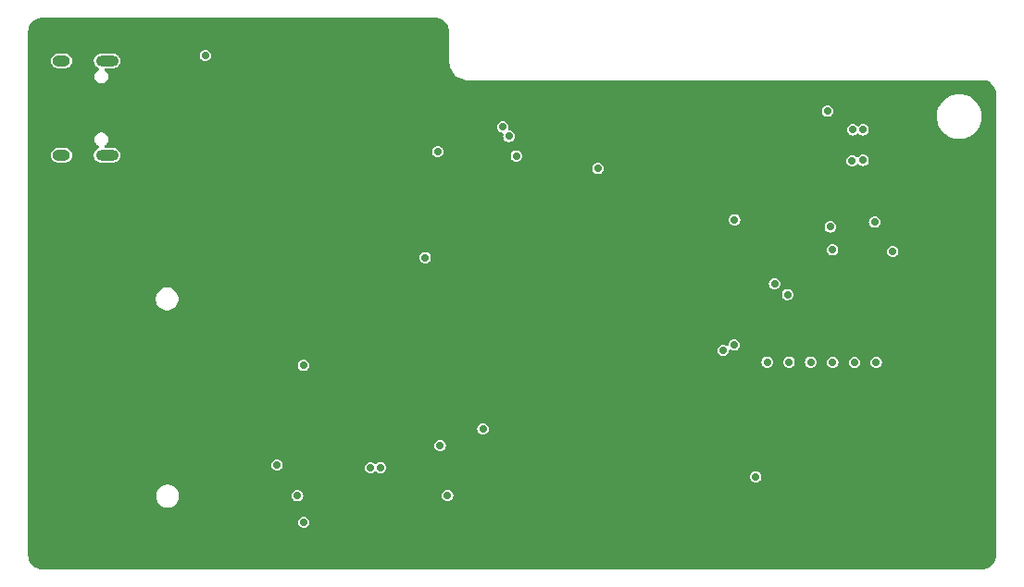
<source format=gbr>
%TF.GenerationSoftware,KiCad,Pcbnew,8.0.8-8.0.8-0~ubuntu24.04.1*%
%TF.CreationDate,2025-05-06T14:00:24+03:00*%
%TF.ProjectId,kicad_soundcard_dev_v0,6b696361-645f-4736-9f75-6e6463617264,rev?*%
%TF.SameCoordinates,Original*%
%TF.FileFunction,Copper,L2,Inr*%
%TF.FilePolarity,Positive*%
%FSLAX46Y46*%
G04 Gerber Fmt 4.6, Leading zero omitted, Abs format (unit mm)*
G04 Created by KiCad (PCBNEW 8.0.8-8.0.8-0~ubuntu24.04.1) date 2025-05-06 14:00:24*
%MOMM*%
%LPD*%
G01*
G04 APERTURE LIST*
%TA.AperFunction,HeatsinkPad*%
%ADD10O,2.100000X1.000000*%
%TD*%
%TA.AperFunction,HeatsinkPad*%
%ADD11O,1.600000X1.000000*%
%TD*%
%TA.AperFunction,ViaPad*%
%ADD12C,0.700000*%
%TD*%
%TA.AperFunction,ViaPad*%
%ADD13C,0.800000*%
%TD*%
%TA.AperFunction,ViaPad*%
%ADD14C,0.550000*%
%TD*%
G04 APERTURE END LIST*
D10*
%TO.N,/Power/USB_shield_disconnect*%
%TO.C,J101*%
X145170000Y-64180000D03*
D11*
X140990000Y-64180000D03*
D10*
X145170000Y-72820000D03*
D11*
X140990000Y-72820000D03*
%TD*%
D12*
%TO.N,GND*%
X189510000Y-95910000D03*
X200800000Y-91400000D03*
X206000000Y-67200000D03*
X202400000Y-67800000D03*
X200800000Y-67800000D03*
X199200000Y-67800000D03*
X197600000Y-67800000D03*
X196000000Y-67800000D03*
X194400000Y-67800000D03*
X205150000Y-77800000D03*
X195300000Y-75300000D03*
X191150000Y-76950000D03*
X211800000Y-76550000D03*
%TO.N,+3.3V*%
X182600000Y-72900000D03*
%TO.N,GND*%
X207400000Y-95900000D03*
X176300000Y-72500000D03*
%TO.N,+3.3V*%
X175400000Y-72500000D03*
%TO.N,GND*%
X180500000Y-69600000D03*
X182600000Y-71800000D03*
%TO.N,I2C_SCL*%
X181350000Y-70250000D03*
%TO.N,I2C_SDA*%
X181900000Y-71100000D03*
%TO.N,VBUS*%
X217000000Y-81650000D03*
X154150000Y-63700000D03*
%TO.N,GND*%
X162912500Y-108900000D03*
D13*
X190750000Y-67200000D03*
D12*
X147500000Y-72600000D03*
X205400000Y-84300000D03*
X163500000Y-97750000D03*
X174200000Y-107200000D03*
X175600000Y-97900000D03*
X207525000Y-90800000D03*
X167650000Y-62350000D03*
X212100000Y-79800000D03*
X220900000Y-109900000D03*
X144650000Y-62700000D03*
X153800000Y-62900000D03*
X172350000Y-85400000D03*
X160189998Y-100519998D03*
X143000000Y-98500000D03*
X178909481Y-97313792D03*
X181750000Y-103775000D03*
X164675000Y-92075000D03*
X171950000Y-69400000D03*
X203075000Y-79525000D03*
X213525000Y-90800000D03*
X204500000Y-103500000D03*
X216300000Y-104700000D03*
X212450000Y-70500000D03*
X188950000Y-74050000D03*
X167700000Y-77400000D03*
X211700000Y-107000000D03*
D13*
X190200000Y-72000000D03*
D14*
X156400000Y-94400000D03*
D12*
X143480000Y-92280000D03*
X209475000Y-90800000D03*
X223350000Y-77000000D03*
X175100000Y-82200000D03*
X171000000Y-101150000D03*
D14*
X156700000Y-97500000D03*
X153100000Y-96500000D03*
D12*
X154750000Y-66900000D03*
D14*
X155000000Y-82075000D03*
D12*
X215400000Y-79800000D03*
X220910000Y-87640000D03*
X147550000Y-65200000D03*
X178800000Y-104700000D03*
X147500000Y-71799997D03*
X203380000Y-90720000D03*
X172750000Y-69400000D03*
X224470000Y-87870000D03*
X215200000Y-94700000D03*
X147550000Y-64300000D03*
X223350000Y-82050000D03*
X164412500Y-104000000D03*
X197700000Y-104700000D03*
X215150000Y-73650000D03*
X212200000Y-73350000D03*
X172350000Y-70100000D03*
X161300000Y-67150000D03*
X144650000Y-74300000D03*
X171950000Y-84700000D03*
X207700000Y-86400000D03*
X172750000Y-84700000D03*
X195800000Y-94700000D03*
X215150000Y-70500000D03*
X211400000Y-68000000D03*
X211525000Y-90800000D03*
X176400000Y-97100000D03*
X216100000Y-81700000D03*
D14*
X157200000Y-78975000D03*
D12*
X191300000Y-105900000D03*
X177100000Y-94700000D03*
X212163740Y-82030993D03*
X215500000Y-90800000D03*
X205500000Y-90800000D03*
X168275001Y-101125000D03*
X162250000Y-106450000D03*
%TO.N,+3.3VA*%
X163125000Y-92075000D03*
X174250000Y-82200000D03*
X160700000Y-101200000D03*
%TO.N,+3.3V*%
X207525000Y-91775000D03*
X215500000Y-91800000D03*
X209500000Y-91775000D03*
X204475000Y-102275000D03*
X211525000Y-91800000D03*
X179525000Y-97900000D03*
X213525000Y-91800000D03*
X175625000Y-99425000D03*
X202500000Y-90220000D03*
X176300000Y-104000000D03*
X205525000Y-91775000D03*
%TO.N,/MCU/STRAP_GPIO_9*%
X215350000Y-78950000D03*
X202550000Y-78750000D03*
%TO.N,/MCU/CHIP_PU*%
X190050000Y-74050000D03*
X211050000Y-68800000D03*
%TO.N,/Audio CODEC/AUX_VREF*%
X162575000Y-104025000D03*
X163150000Y-106450000D03*
%TO.N,/Audio CODEC/ES8388_I2C_CDATA*%
X169250000Y-101450000D03*
%TO.N,/Audio CODEC/ES8388_I2C_CCLK*%
X170175000Y-101425000D03*
%TO.N,/MCU/FTDI_RTS*%
X213350000Y-70500000D03*
X213300000Y-73350000D03*
%TO.N,WS2812B_D*%
X201500000Y-90700000D03*
%TO.N,/MCU/DTR*%
X214300000Y-73300000D03*
X214300000Y-70500000D03*
%TO.N,/MCU/SDIO_DAT2*%
X207400000Y-85600000D03*
X211500000Y-81500000D03*
%TO.N,/MCU/SDIO_DAT3*%
X211300000Y-79400000D03*
X206200000Y-84600000D03*
%TD*%
%TA.AperFunction,Conductor*%
%TO.N,GND*%
G36*
X175204853Y-60250882D02*
G01*
X175257188Y-60255000D01*
X175385736Y-60265117D01*
X175404952Y-60268160D01*
X175537571Y-60300000D01*
X175576629Y-60309377D01*
X175595134Y-60315390D01*
X175758246Y-60382953D01*
X175775583Y-60391787D01*
X175926115Y-60484033D01*
X175941857Y-60495470D01*
X176076109Y-60610132D01*
X176089867Y-60623890D01*
X176204529Y-60758142D01*
X176215966Y-60773884D01*
X176308212Y-60924416D01*
X176317046Y-60941753D01*
X176384609Y-61104865D01*
X176390622Y-61123370D01*
X176431838Y-61295045D01*
X176434882Y-61314264D01*
X176449118Y-61495146D01*
X176449500Y-61504875D01*
X176449500Y-64325196D01*
X176485135Y-64573044D01*
X176485136Y-64573048D01*
X176555676Y-64813291D01*
X176555678Y-64813297D01*
X176659695Y-65041061D01*
X176659705Y-65041079D01*
X176795068Y-65251708D01*
X176795072Y-65251714D01*
X176959047Y-65440952D01*
X177148285Y-65604927D01*
X177148291Y-65604931D01*
X177358920Y-65740294D01*
X177358928Y-65740298D01*
X177358932Y-65740301D01*
X177358935Y-65740302D01*
X177358938Y-65740304D01*
X177586702Y-65844321D01*
X177586708Y-65844323D01*
X177789788Y-65903951D01*
X177826954Y-65914864D01*
X178074802Y-65950500D01*
X178150172Y-65950500D01*
X225155830Y-65950500D01*
X225195125Y-65950500D01*
X225204853Y-65950882D01*
X225257188Y-65955000D01*
X225385736Y-65965117D01*
X225404952Y-65968160D01*
X225573959Y-66008736D01*
X225576629Y-66009377D01*
X225595134Y-66015390D01*
X225758246Y-66082953D01*
X225775583Y-66091787D01*
X225926115Y-66184033D01*
X225941857Y-66195470D01*
X226076109Y-66310132D01*
X226089867Y-66323890D01*
X226204529Y-66458142D01*
X226215966Y-66473884D01*
X226308212Y-66624416D01*
X226317046Y-66641753D01*
X226384609Y-66804865D01*
X226390622Y-66823370D01*
X226431838Y-66995045D01*
X226434882Y-67014264D01*
X226449118Y-67195146D01*
X226449500Y-67204875D01*
X226449500Y-109495124D01*
X226449118Y-109504853D01*
X226434882Y-109685735D01*
X226431838Y-109704954D01*
X226390622Y-109876629D01*
X226384609Y-109895134D01*
X226317046Y-110058246D01*
X226308212Y-110075583D01*
X226215966Y-110226115D01*
X226204529Y-110241857D01*
X226089867Y-110376109D01*
X226076109Y-110389867D01*
X225941857Y-110504529D01*
X225926115Y-110515966D01*
X225775583Y-110608212D01*
X225758246Y-110617046D01*
X225595134Y-110684609D01*
X225576629Y-110690622D01*
X225404954Y-110731838D01*
X225385735Y-110734882D01*
X225204854Y-110749118D01*
X225195125Y-110749500D01*
X139204875Y-110749500D01*
X139195146Y-110749118D01*
X139014264Y-110734882D01*
X138995045Y-110731838D01*
X138823370Y-110690622D01*
X138804865Y-110684609D01*
X138641753Y-110617046D01*
X138624416Y-110608212D01*
X138473884Y-110515966D01*
X138458142Y-110504529D01*
X138323890Y-110389867D01*
X138310132Y-110376109D01*
X138195470Y-110241857D01*
X138184033Y-110226115D01*
X138091787Y-110075583D01*
X138082953Y-110058246D01*
X138015390Y-109895134D01*
X138009377Y-109876629D01*
X137968161Y-109704954D01*
X137965117Y-109685734D01*
X137950882Y-109504852D01*
X137950500Y-109495124D01*
X137950500Y-106449999D01*
X162625009Y-106449999D01*
X162625009Y-106450000D01*
X162642898Y-106585877D01*
X162642899Y-106585881D01*
X162695342Y-106712493D01*
X162695343Y-106712495D01*
X162695344Y-106712496D01*
X162778775Y-106821225D01*
X162887504Y-106904656D01*
X163014122Y-106957102D01*
X163134191Y-106972909D01*
X163149999Y-106974991D01*
X163150000Y-106974991D01*
X163150001Y-106974991D01*
X163164161Y-106973126D01*
X163285878Y-106957102D01*
X163412496Y-106904656D01*
X163521225Y-106821225D01*
X163604656Y-106712496D01*
X163657102Y-106585878D01*
X163674991Y-106450000D01*
X163657102Y-106314122D01*
X163604656Y-106187505D01*
X163521225Y-106078775D01*
X163412496Y-105995344D01*
X163412495Y-105995343D01*
X163412493Y-105995342D01*
X163285881Y-105942899D01*
X163285879Y-105942898D01*
X163285878Y-105942898D01*
X163217939Y-105933953D01*
X163150001Y-105925009D01*
X163149999Y-105925009D01*
X163014122Y-105942898D01*
X163014118Y-105942899D01*
X162887505Y-105995343D01*
X162778775Y-106078775D01*
X162695343Y-106187505D01*
X162642899Y-106314118D01*
X162642898Y-106314122D01*
X162625009Y-106449999D01*
X137950500Y-106449999D01*
X137950500Y-103946530D01*
X149649500Y-103946530D01*
X149649500Y-104153469D01*
X149689868Y-104356412D01*
X149689870Y-104356420D01*
X149769058Y-104547596D01*
X149884024Y-104719657D01*
X150030342Y-104865975D01*
X150030345Y-104865977D01*
X150202402Y-104980941D01*
X150393580Y-105060130D01*
X150596530Y-105100499D01*
X150596534Y-105100500D01*
X150596535Y-105100500D01*
X150803466Y-105100500D01*
X150803467Y-105100499D01*
X151006420Y-105060130D01*
X151197598Y-104980941D01*
X151369655Y-104865977D01*
X151515977Y-104719655D01*
X151630941Y-104547598D01*
X151710130Y-104356420D01*
X151750500Y-104153465D01*
X151750500Y-104025000D01*
X162050009Y-104025000D01*
X162064606Y-104135877D01*
X162067898Y-104160877D01*
X162067899Y-104160881D01*
X162120342Y-104287493D01*
X162120343Y-104287495D01*
X162120344Y-104287496D01*
X162203775Y-104396225D01*
X162312504Y-104479656D01*
X162439122Y-104532102D01*
X162556824Y-104547598D01*
X162574999Y-104549991D01*
X162575000Y-104549991D01*
X162575001Y-104549991D01*
X162593176Y-104547598D01*
X162710878Y-104532102D01*
X162837496Y-104479656D01*
X162946225Y-104396225D01*
X163029656Y-104287496D01*
X163082102Y-104160878D01*
X163099991Y-104025000D01*
X163096699Y-103999999D01*
X175775009Y-103999999D01*
X175775009Y-104000000D01*
X175792898Y-104135877D01*
X175792899Y-104135881D01*
X175845342Y-104262493D01*
X175845343Y-104262495D01*
X175845344Y-104262496D01*
X175928775Y-104371225D01*
X176037504Y-104454656D01*
X176164122Y-104507102D01*
X176284191Y-104522909D01*
X176299999Y-104524991D01*
X176300000Y-104524991D01*
X176300001Y-104524991D01*
X176314161Y-104523126D01*
X176435878Y-104507102D01*
X176562496Y-104454656D01*
X176671225Y-104371225D01*
X176754656Y-104262496D01*
X176807102Y-104135878D01*
X176824991Y-104000000D01*
X176807102Y-103864122D01*
X176754656Y-103737505D01*
X176671225Y-103628775D01*
X176562496Y-103545344D01*
X176562495Y-103545343D01*
X176562493Y-103545342D01*
X176435881Y-103492899D01*
X176435879Y-103492898D01*
X176435878Y-103492898D01*
X176367939Y-103483953D01*
X176300001Y-103475009D01*
X176299999Y-103475009D01*
X176164122Y-103492898D01*
X176164118Y-103492899D01*
X176037505Y-103545343D01*
X175928775Y-103628775D01*
X175845343Y-103737505D01*
X175792899Y-103864118D01*
X175792898Y-103864122D01*
X175775009Y-103999999D01*
X163096699Y-103999999D01*
X163082102Y-103889122D01*
X163029656Y-103762505D01*
X162946225Y-103653775D01*
X162837496Y-103570344D01*
X162837495Y-103570343D01*
X162837493Y-103570342D01*
X162710881Y-103517899D01*
X162710879Y-103517898D01*
X162710878Y-103517898D01*
X162642939Y-103508953D01*
X162575001Y-103500009D01*
X162574999Y-103500009D01*
X162439122Y-103517898D01*
X162439118Y-103517899D01*
X162312505Y-103570343D01*
X162203775Y-103653775D01*
X162120343Y-103762505D01*
X162067899Y-103889118D01*
X162067898Y-103889122D01*
X162053301Y-103999999D01*
X162050009Y-104025000D01*
X151750500Y-104025000D01*
X151750500Y-103946535D01*
X151710130Y-103743580D01*
X151630941Y-103552402D01*
X151515977Y-103380345D01*
X151515975Y-103380342D01*
X151369657Y-103234024D01*
X151283626Y-103176541D01*
X151197598Y-103119059D01*
X151006420Y-103039870D01*
X151006412Y-103039868D01*
X150803469Y-102999500D01*
X150803465Y-102999500D01*
X150596535Y-102999500D01*
X150596530Y-102999500D01*
X150393587Y-103039868D01*
X150393579Y-103039870D01*
X150202403Y-103119058D01*
X150030342Y-103234024D01*
X149884024Y-103380342D01*
X149769058Y-103552403D01*
X149689870Y-103743579D01*
X149689868Y-103743587D01*
X149649500Y-103946530D01*
X137950500Y-103946530D01*
X137950500Y-102274999D01*
X203950009Y-102274999D01*
X203950009Y-102275000D01*
X203967898Y-102410877D01*
X203967899Y-102410881D01*
X204020342Y-102537493D01*
X204020343Y-102537495D01*
X204020344Y-102537496D01*
X204103775Y-102646225D01*
X204212504Y-102729656D01*
X204339122Y-102782102D01*
X204459191Y-102797909D01*
X204474999Y-102799991D01*
X204475000Y-102799991D01*
X204475001Y-102799991D01*
X204489161Y-102798126D01*
X204610878Y-102782102D01*
X204737496Y-102729656D01*
X204846225Y-102646225D01*
X204929656Y-102537496D01*
X204982102Y-102410878D01*
X204999991Y-102275000D01*
X204982102Y-102139122D01*
X204929656Y-102012505D01*
X204887143Y-101957101D01*
X204846226Y-101903776D01*
X204814794Y-101879657D01*
X204737496Y-101820344D01*
X204737495Y-101820343D01*
X204737493Y-101820342D01*
X204610881Y-101767899D01*
X204610879Y-101767898D01*
X204610878Y-101767898D01*
X204542939Y-101758953D01*
X204475001Y-101750009D01*
X204474999Y-101750009D01*
X204339122Y-101767898D01*
X204339118Y-101767899D01*
X204212505Y-101820343D01*
X204103775Y-101903775D01*
X204020343Y-102012505D01*
X203967899Y-102139118D01*
X203967898Y-102139122D01*
X203950009Y-102274999D01*
X137950500Y-102274999D01*
X137950500Y-101199999D01*
X160175009Y-101199999D01*
X160175009Y-101200000D01*
X160192898Y-101335877D01*
X160192899Y-101335881D01*
X160245342Y-101462493D01*
X160245343Y-101462495D01*
X160245344Y-101462496D01*
X160328775Y-101571225D01*
X160437504Y-101654656D01*
X160564122Y-101707102D01*
X160684191Y-101722909D01*
X160699999Y-101724991D01*
X160700000Y-101724991D01*
X160700001Y-101724991D01*
X160714161Y-101723126D01*
X160835878Y-101707102D01*
X160962496Y-101654656D01*
X161071225Y-101571225D01*
X161154656Y-101462496D01*
X161159832Y-101450000D01*
X168725009Y-101450000D01*
X168739606Y-101560877D01*
X168742898Y-101585877D01*
X168742899Y-101585881D01*
X168795342Y-101712493D01*
X168795343Y-101712495D01*
X168795344Y-101712496D01*
X168878775Y-101821225D01*
X168987504Y-101904656D01*
X169114122Y-101957102D01*
X169234191Y-101972909D01*
X169249999Y-101974991D01*
X169250000Y-101974991D01*
X169250001Y-101974991D01*
X169264161Y-101973126D01*
X169385878Y-101957102D01*
X169512496Y-101904656D01*
X169621225Y-101821225D01*
X169625462Y-101815702D01*
X169681884Y-101774499D01*
X169751629Y-101770340D01*
X169799326Y-101792810D01*
X169803772Y-101796222D01*
X169803775Y-101796225D01*
X169912504Y-101879656D01*
X170039122Y-101932102D01*
X170159191Y-101947909D01*
X170174999Y-101949991D01*
X170175000Y-101949991D01*
X170175001Y-101949991D01*
X170189161Y-101948126D01*
X170310878Y-101932102D01*
X170437496Y-101879656D01*
X170546225Y-101796225D01*
X170629656Y-101687496D01*
X170682102Y-101560878D01*
X170699991Y-101425000D01*
X170682102Y-101289122D01*
X170629656Y-101162505D01*
X170585267Y-101104656D01*
X170546226Y-101053776D01*
X170546225Y-101053775D01*
X170437496Y-100970344D01*
X170437495Y-100970343D01*
X170437493Y-100970342D01*
X170310881Y-100917899D01*
X170310879Y-100917898D01*
X170310878Y-100917898D01*
X170242939Y-100908953D01*
X170175001Y-100900009D01*
X170174999Y-100900009D01*
X170039122Y-100917898D01*
X170039118Y-100917899D01*
X169912505Y-100970343D01*
X169803775Y-101053775D01*
X169799534Y-101059302D01*
X169743105Y-101100503D01*
X169673358Y-101104656D01*
X169625673Y-101082189D01*
X169621226Y-101078777D01*
X169621225Y-101078775D01*
X169512496Y-100995344D01*
X169512495Y-100995343D01*
X169512493Y-100995342D01*
X169385881Y-100942899D01*
X169385879Y-100942898D01*
X169385878Y-100942898D01*
X169317939Y-100933953D01*
X169250001Y-100925009D01*
X169249999Y-100925009D01*
X169114122Y-100942898D01*
X169114118Y-100942899D01*
X168987505Y-100995343D01*
X168878775Y-101078775D01*
X168795343Y-101187505D01*
X168742899Y-101314118D01*
X168742898Y-101314122D01*
X168728301Y-101424999D01*
X168725009Y-101450000D01*
X161159832Y-101450000D01*
X161207102Y-101335878D01*
X161224991Y-101200000D01*
X161224193Y-101193942D01*
X161222909Y-101184191D01*
X161207102Y-101064122D01*
X161154656Y-100937505D01*
X161139611Y-100917898D01*
X161071226Y-100828776D01*
X160962493Y-100745342D01*
X160835881Y-100692899D01*
X160835879Y-100692898D01*
X160835878Y-100692898D01*
X160767939Y-100683953D01*
X160700001Y-100675009D01*
X160699999Y-100675009D01*
X160564122Y-100692898D01*
X160564118Y-100692899D01*
X160437505Y-100745343D01*
X160328775Y-100828775D01*
X160245343Y-100937505D01*
X160192899Y-101064118D01*
X160192898Y-101064122D01*
X160175009Y-101199999D01*
X137950500Y-101199999D01*
X137950500Y-99424999D01*
X175100009Y-99424999D01*
X175100009Y-99425000D01*
X175117898Y-99560877D01*
X175117899Y-99560881D01*
X175170342Y-99687493D01*
X175170343Y-99687495D01*
X175170344Y-99687496D01*
X175253775Y-99796225D01*
X175362504Y-99879656D01*
X175489122Y-99932102D01*
X175609191Y-99947909D01*
X175624999Y-99949991D01*
X175625000Y-99949991D01*
X175625001Y-99949991D01*
X175639161Y-99948126D01*
X175760878Y-99932102D01*
X175887496Y-99879656D01*
X175996225Y-99796225D01*
X176079656Y-99687496D01*
X176132102Y-99560878D01*
X176149991Y-99425000D01*
X176132102Y-99289122D01*
X176079656Y-99162505D01*
X175996225Y-99053775D01*
X175887496Y-98970344D01*
X175887495Y-98970343D01*
X175887493Y-98970342D01*
X175760881Y-98917899D01*
X175760879Y-98917898D01*
X175760878Y-98917898D01*
X175692939Y-98908953D01*
X175625001Y-98900009D01*
X175624999Y-98900009D01*
X175489122Y-98917898D01*
X175489118Y-98917899D01*
X175362505Y-98970343D01*
X175253775Y-99053775D01*
X175170343Y-99162505D01*
X175117899Y-99289118D01*
X175117898Y-99289122D01*
X175100009Y-99424999D01*
X137950500Y-99424999D01*
X137950500Y-97899999D01*
X179000009Y-97899999D01*
X179000009Y-97900000D01*
X179017898Y-98035877D01*
X179017899Y-98035881D01*
X179070342Y-98162493D01*
X179070343Y-98162495D01*
X179070344Y-98162496D01*
X179153775Y-98271225D01*
X179262504Y-98354656D01*
X179389122Y-98407102D01*
X179509191Y-98422909D01*
X179524999Y-98424991D01*
X179525000Y-98424991D01*
X179525001Y-98424991D01*
X179539161Y-98423126D01*
X179660878Y-98407102D01*
X179787496Y-98354656D01*
X179896225Y-98271225D01*
X179979656Y-98162496D01*
X180032102Y-98035878D01*
X180049991Y-97900000D01*
X180032102Y-97764122D01*
X179979656Y-97637505D01*
X179896225Y-97528775D01*
X179787496Y-97445344D01*
X179787495Y-97445343D01*
X179787493Y-97445342D01*
X179660881Y-97392899D01*
X179660879Y-97392898D01*
X179660878Y-97392898D01*
X179592939Y-97383953D01*
X179525001Y-97375009D01*
X179524999Y-97375009D01*
X179389122Y-97392898D01*
X179389118Y-97392899D01*
X179262505Y-97445343D01*
X179153775Y-97528775D01*
X179070343Y-97637505D01*
X179017899Y-97764118D01*
X179017898Y-97764122D01*
X179000009Y-97899999D01*
X137950500Y-97899999D01*
X137950500Y-92075000D01*
X162600009Y-92075000D01*
X162612677Y-92171225D01*
X162617898Y-92210877D01*
X162617899Y-92210881D01*
X162670342Y-92337493D01*
X162670343Y-92337495D01*
X162670344Y-92337496D01*
X162753775Y-92446225D01*
X162862504Y-92529656D01*
X162989122Y-92582102D01*
X163109191Y-92597909D01*
X163124999Y-92599991D01*
X163125000Y-92599991D01*
X163125001Y-92599991D01*
X163139161Y-92598126D01*
X163260878Y-92582102D01*
X163387496Y-92529656D01*
X163496225Y-92446225D01*
X163579656Y-92337496D01*
X163632102Y-92210878D01*
X163649991Y-92075000D01*
X163632102Y-91939122D01*
X163579656Y-91812505D01*
X163550877Y-91774999D01*
X205000009Y-91774999D01*
X205000009Y-91775000D01*
X205017898Y-91910877D01*
X205017899Y-91910881D01*
X205070342Y-92037493D01*
X205070343Y-92037495D01*
X205070344Y-92037496D01*
X205153775Y-92146225D01*
X205262504Y-92229656D01*
X205389122Y-92282102D01*
X205509191Y-92297909D01*
X205524999Y-92299991D01*
X205525000Y-92299991D01*
X205525001Y-92299991D01*
X205539161Y-92298126D01*
X205660878Y-92282102D01*
X205787496Y-92229656D01*
X205896225Y-92146225D01*
X205979656Y-92037496D01*
X206032102Y-91910878D01*
X206049991Y-91775000D01*
X206049991Y-91774999D01*
X207000009Y-91774999D01*
X207000009Y-91775000D01*
X207017898Y-91910877D01*
X207017899Y-91910881D01*
X207070342Y-92037493D01*
X207070343Y-92037495D01*
X207070344Y-92037496D01*
X207153775Y-92146225D01*
X207262504Y-92229656D01*
X207389122Y-92282102D01*
X207509191Y-92297909D01*
X207524999Y-92299991D01*
X207525000Y-92299991D01*
X207525001Y-92299991D01*
X207539161Y-92298126D01*
X207660878Y-92282102D01*
X207787496Y-92229656D01*
X207896225Y-92146225D01*
X207979656Y-92037496D01*
X208032102Y-91910878D01*
X208049991Y-91775000D01*
X208049991Y-91774999D01*
X208975009Y-91774999D01*
X208975009Y-91775000D01*
X208992898Y-91910877D01*
X208992899Y-91910881D01*
X209045342Y-92037493D01*
X209045343Y-92037495D01*
X209045344Y-92037496D01*
X209128775Y-92146225D01*
X209237504Y-92229656D01*
X209364122Y-92282102D01*
X209484191Y-92297909D01*
X209499999Y-92299991D01*
X209500000Y-92299991D01*
X209500001Y-92299991D01*
X209514161Y-92298126D01*
X209635878Y-92282102D01*
X209762496Y-92229656D01*
X209871225Y-92146225D01*
X209954656Y-92037496D01*
X210007102Y-91910878D01*
X210021700Y-91800000D01*
X211000009Y-91800000D01*
X211014606Y-91910877D01*
X211017898Y-91935877D01*
X211017899Y-91935881D01*
X211070342Y-92062493D01*
X211070343Y-92062495D01*
X211070344Y-92062496D01*
X211153775Y-92171225D01*
X211262504Y-92254656D01*
X211389122Y-92307102D01*
X211509191Y-92322909D01*
X211524999Y-92324991D01*
X211525000Y-92324991D01*
X211525001Y-92324991D01*
X211539161Y-92323126D01*
X211660878Y-92307102D01*
X211787496Y-92254656D01*
X211896225Y-92171225D01*
X211979656Y-92062496D01*
X212032102Y-91935878D01*
X212049991Y-91800000D01*
X213000009Y-91800000D01*
X213014606Y-91910877D01*
X213017898Y-91935877D01*
X213017899Y-91935881D01*
X213070342Y-92062493D01*
X213070343Y-92062495D01*
X213070344Y-92062496D01*
X213153775Y-92171225D01*
X213262504Y-92254656D01*
X213389122Y-92307102D01*
X213509191Y-92322909D01*
X213524999Y-92324991D01*
X213525000Y-92324991D01*
X213525001Y-92324991D01*
X213539161Y-92323126D01*
X213660878Y-92307102D01*
X213787496Y-92254656D01*
X213896225Y-92171225D01*
X213979656Y-92062496D01*
X214032102Y-91935878D01*
X214049991Y-91800000D01*
X214975009Y-91800000D01*
X214989606Y-91910877D01*
X214992898Y-91935877D01*
X214992899Y-91935881D01*
X215045342Y-92062493D01*
X215045343Y-92062495D01*
X215045344Y-92062496D01*
X215128775Y-92171225D01*
X215237504Y-92254656D01*
X215364122Y-92307102D01*
X215484191Y-92322909D01*
X215499999Y-92324991D01*
X215500000Y-92324991D01*
X215500001Y-92324991D01*
X215514161Y-92323126D01*
X215635878Y-92307102D01*
X215762496Y-92254656D01*
X215871225Y-92171225D01*
X215954656Y-92062496D01*
X216007102Y-91935878D01*
X216024991Y-91800000D01*
X216007102Y-91664122D01*
X215954656Y-91537505D01*
X215871225Y-91428775D01*
X215762496Y-91345344D01*
X215762495Y-91345343D01*
X215762493Y-91345342D01*
X215635881Y-91292899D01*
X215635879Y-91292898D01*
X215635878Y-91292898D01*
X215567939Y-91283953D01*
X215500001Y-91275009D01*
X215499999Y-91275009D01*
X215364122Y-91292898D01*
X215364118Y-91292899D01*
X215237505Y-91345343D01*
X215128775Y-91428775D01*
X215045343Y-91537505D01*
X214992899Y-91664118D01*
X214992898Y-91664122D01*
X214978301Y-91774999D01*
X214975009Y-91800000D01*
X214049991Y-91800000D01*
X214032102Y-91664122D01*
X213979656Y-91537505D01*
X213896225Y-91428775D01*
X213787496Y-91345344D01*
X213787495Y-91345343D01*
X213787493Y-91345342D01*
X213660881Y-91292899D01*
X213660879Y-91292898D01*
X213660878Y-91292898D01*
X213592939Y-91283953D01*
X213525001Y-91275009D01*
X213524999Y-91275009D01*
X213389122Y-91292898D01*
X213389118Y-91292899D01*
X213262505Y-91345343D01*
X213153775Y-91428775D01*
X213070343Y-91537505D01*
X213017899Y-91664118D01*
X213017898Y-91664122D01*
X213003301Y-91774999D01*
X213000009Y-91800000D01*
X212049991Y-91800000D01*
X212032102Y-91664122D01*
X211979656Y-91537505D01*
X211896225Y-91428775D01*
X211787496Y-91345344D01*
X211787495Y-91345343D01*
X211787493Y-91345342D01*
X211660881Y-91292899D01*
X211660879Y-91292898D01*
X211660878Y-91292898D01*
X211592939Y-91283953D01*
X211525001Y-91275009D01*
X211524999Y-91275009D01*
X211389122Y-91292898D01*
X211389118Y-91292899D01*
X211262505Y-91345343D01*
X211153775Y-91428775D01*
X211070343Y-91537505D01*
X211017899Y-91664118D01*
X211017898Y-91664122D01*
X211003301Y-91774999D01*
X211000009Y-91800000D01*
X210021700Y-91800000D01*
X210024991Y-91775000D01*
X210007102Y-91639122D01*
X209954656Y-91512505D01*
X209871225Y-91403775D01*
X209762496Y-91320344D01*
X209762495Y-91320343D01*
X209762493Y-91320342D01*
X209635881Y-91267899D01*
X209635879Y-91267898D01*
X209635878Y-91267898D01*
X209567939Y-91258953D01*
X209500001Y-91250009D01*
X209499999Y-91250009D01*
X209364122Y-91267898D01*
X209364118Y-91267899D01*
X209237505Y-91320343D01*
X209128775Y-91403775D01*
X209045343Y-91512505D01*
X208992899Y-91639118D01*
X208992898Y-91639122D01*
X208975009Y-91774999D01*
X208049991Y-91774999D01*
X208032102Y-91639122D01*
X207979656Y-91512505D01*
X207896225Y-91403775D01*
X207787496Y-91320344D01*
X207787495Y-91320343D01*
X207787493Y-91320342D01*
X207660881Y-91267899D01*
X207660879Y-91267898D01*
X207660878Y-91267898D01*
X207592939Y-91258953D01*
X207525001Y-91250009D01*
X207524999Y-91250009D01*
X207389122Y-91267898D01*
X207389118Y-91267899D01*
X207262505Y-91320343D01*
X207153775Y-91403775D01*
X207070343Y-91512505D01*
X207017899Y-91639118D01*
X207017898Y-91639122D01*
X207000009Y-91774999D01*
X206049991Y-91774999D01*
X206032102Y-91639122D01*
X205979656Y-91512505D01*
X205896225Y-91403775D01*
X205787496Y-91320344D01*
X205787495Y-91320343D01*
X205787493Y-91320342D01*
X205660881Y-91267899D01*
X205660879Y-91267898D01*
X205660878Y-91267898D01*
X205592939Y-91258953D01*
X205525001Y-91250009D01*
X205524999Y-91250009D01*
X205389122Y-91267898D01*
X205389118Y-91267899D01*
X205262505Y-91320343D01*
X205153775Y-91403775D01*
X205070343Y-91512505D01*
X205017899Y-91639118D01*
X205017898Y-91639122D01*
X205000009Y-91774999D01*
X163550877Y-91774999D01*
X163496225Y-91703775D01*
X163387496Y-91620344D01*
X163387495Y-91620343D01*
X163387493Y-91620342D01*
X163260881Y-91567899D01*
X163260879Y-91567898D01*
X163260878Y-91567898D01*
X163192939Y-91558953D01*
X163125001Y-91550009D01*
X163124999Y-91550009D01*
X162989122Y-91567898D01*
X162989118Y-91567899D01*
X162862505Y-91620343D01*
X162753775Y-91703775D01*
X162670343Y-91812505D01*
X162617899Y-91939118D01*
X162617898Y-91939122D01*
X162601656Y-92062493D01*
X162600009Y-92075000D01*
X137950500Y-92075000D01*
X137950500Y-90699999D01*
X200975009Y-90699999D01*
X200975009Y-90700000D01*
X200992898Y-90835877D01*
X200992899Y-90835881D01*
X201045342Y-90962493D01*
X201045343Y-90962495D01*
X201045344Y-90962496D01*
X201128775Y-91071225D01*
X201237504Y-91154656D01*
X201364122Y-91207102D01*
X201484191Y-91222909D01*
X201499999Y-91224991D01*
X201500000Y-91224991D01*
X201500001Y-91224991D01*
X201514161Y-91223126D01*
X201635878Y-91207102D01*
X201762496Y-91154656D01*
X201871225Y-91071225D01*
X201954656Y-90962496D01*
X202007102Y-90835878D01*
X202019486Y-90741811D01*
X202047752Y-90677915D01*
X202106077Y-90639444D01*
X202175942Y-90638613D01*
X202217913Y-90659623D01*
X202237502Y-90674655D01*
X202237503Y-90674655D01*
X202237504Y-90674656D01*
X202364122Y-90727102D01*
X202475854Y-90741812D01*
X202499999Y-90744991D01*
X202500000Y-90744991D01*
X202500001Y-90744991D01*
X202524146Y-90741812D01*
X202635878Y-90727102D01*
X202762496Y-90674656D01*
X202871225Y-90591225D01*
X202954656Y-90482496D01*
X203007102Y-90355878D01*
X203024991Y-90220000D01*
X203007102Y-90084122D01*
X202954656Y-89957505D01*
X202871225Y-89848775D01*
X202762496Y-89765344D01*
X202762495Y-89765343D01*
X202762493Y-89765342D01*
X202635881Y-89712899D01*
X202635879Y-89712898D01*
X202635878Y-89712898D01*
X202567939Y-89703953D01*
X202500001Y-89695009D01*
X202499999Y-89695009D01*
X202364122Y-89712898D01*
X202364118Y-89712899D01*
X202237505Y-89765343D01*
X202128775Y-89848775D01*
X202045343Y-89957505D01*
X201992899Y-90084118D01*
X201992898Y-90084122D01*
X201980513Y-90178189D01*
X201952246Y-90242085D01*
X201893921Y-90280555D01*
X201824056Y-90281386D01*
X201782089Y-90260378D01*
X201762496Y-90245344D01*
X201762495Y-90245343D01*
X201762493Y-90245342D01*
X201635881Y-90192899D01*
X201635879Y-90192898D01*
X201635878Y-90192898D01*
X201567939Y-90183953D01*
X201500001Y-90175009D01*
X201499999Y-90175009D01*
X201364122Y-90192898D01*
X201364118Y-90192899D01*
X201237505Y-90245343D01*
X201128775Y-90328775D01*
X201045343Y-90437505D01*
X200992899Y-90564118D01*
X200992898Y-90564122D01*
X200975009Y-90699999D01*
X137950500Y-90699999D01*
X137950500Y-85896530D01*
X149599500Y-85896530D01*
X149599500Y-86103469D01*
X149639868Y-86306412D01*
X149639870Y-86306420D01*
X149719058Y-86497596D01*
X149834024Y-86669657D01*
X149980342Y-86815975D01*
X149980345Y-86815977D01*
X150152402Y-86930941D01*
X150343580Y-87010130D01*
X150546530Y-87050499D01*
X150546534Y-87050500D01*
X150546535Y-87050500D01*
X150753466Y-87050500D01*
X150753467Y-87050499D01*
X150956420Y-87010130D01*
X151147598Y-86930941D01*
X151319655Y-86815977D01*
X151465977Y-86669655D01*
X151580941Y-86497598D01*
X151660130Y-86306420D01*
X151700500Y-86103465D01*
X151700500Y-85896535D01*
X151660130Y-85693580D01*
X151621367Y-85599999D01*
X206875009Y-85599999D01*
X206875009Y-85600000D01*
X206892898Y-85735877D01*
X206892899Y-85735881D01*
X206945342Y-85862493D01*
X206945343Y-85862495D01*
X206945344Y-85862496D01*
X207028775Y-85971225D01*
X207137504Y-86054656D01*
X207264122Y-86107102D01*
X207384191Y-86122909D01*
X207399999Y-86124991D01*
X207400000Y-86124991D01*
X207400001Y-86124991D01*
X207414161Y-86123126D01*
X207535878Y-86107102D01*
X207662496Y-86054656D01*
X207771225Y-85971225D01*
X207854656Y-85862496D01*
X207907102Y-85735878D01*
X207924991Y-85600000D01*
X207907102Y-85464122D01*
X207854656Y-85337505D01*
X207771225Y-85228775D01*
X207662496Y-85145344D01*
X207662495Y-85145343D01*
X207662493Y-85145342D01*
X207535881Y-85092899D01*
X207535879Y-85092898D01*
X207535878Y-85092898D01*
X207467939Y-85083953D01*
X207400001Y-85075009D01*
X207399999Y-85075009D01*
X207264122Y-85092898D01*
X207264118Y-85092899D01*
X207137505Y-85145343D01*
X207028775Y-85228775D01*
X206945343Y-85337505D01*
X206892899Y-85464118D01*
X206892898Y-85464122D01*
X206875009Y-85599999D01*
X151621367Y-85599999D01*
X151580941Y-85502402D01*
X151465977Y-85330345D01*
X151465975Y-85330342D01*
X151319657Y-85184024D01*
X151183276Y-85092898D01*
X151147598Y-85069059D01*
X151112826Y-85054656D01*
X150956420Y-84989870D01*
X150956412Y-84989868D01*
X150753469Y-84949500D01*
X150753465Y-84949500D01*
X150546535Y-84949500D01*
X150546530Y-84949500D01*
X150343587Y-84989868D01*
X150343579Y-84989870D01*
X150152403Y-85069058D01*
X149980342Y-85184024D01*
X149834024Y-85330342D01*
X149719058Y-85502403D01*
X149639870Y-85693579D01*
X149639868Y-85693587D01*
X149599500Y-85896530D01*
X137950500Y-85896530D01*
X137950500Y-84599999D01*
X205675009Y-84599999D01*
X205675009Y-84600000D01*
X205692898Y-84735877D01*
X205692899Y-84735881D01*
X205745342Y-84862493D01*
X205745343Y-84862495D01*
X205745344Y-84862496D01*
X205828775Y-84971225D01*
X205937504Y-85054656D01*
X205937505Y-85054656D01*
X205937506Y-85054657D01*
X205979710Y-85072138D01*
X206064122Y-85107102D01*
X206184191Y-85122909D01*
X206199999Y-85124991D01*
X206200000Y-85124991D01*
X206200001Y-85124991D01*
X206214161Y-85123126D01*
X206335878Y-85107102D01*
X206462496Y-85054656D01*
X206571225Y-84971225D01*
X206654656Y-84862496D01*
X206707102Y-84735878D01*
X206724991Y-84600000D01*
X206707102Y-84464122D01*
X206654656Y-84337505D01*
X206571225Y-84228775D01*
X206462496Y-84145344D01*
X206462495Y-84145343D01*
X206462493Y-84145342D01*
X206335881Y-84092899D01*
X206335879Y-84092898D01*
X206335878Y-84092898D01*
X206267939Y-84083953D01*
X206200001Y-84075009D01*
X206199999Y-84075009D01*
X206064122Y-84092898D01*
X206064118Y-84092899D01*
X205937505Y-84145343D01*
X205828775Y-84228775D01*
X205745343Y-84337505D01*
X205692899Y-84464118D01*
X205692898Y-84464122D01*
X205675009Y-84599999D01*
X137950500Y-84599999D01*
X137950500Y-82199999D01*
X173725009Y-82199999D01*
X173725009Y-82200000D01*
X173742898Y-82335877D01*
X173742899Y-82335881D01*
X173795342Y-82462493D01*
X173795343Y-82462495D01*
X173795344Y-82462496D01*
X173878775Y-82571225D01*
X173987504Y-82654656D01*
X174114122Y-82707102D01*
X174234191Y-82722909D01*
X174249999Y-82724991D01*
X174250000Y-82724991D01*
X174250001Y-82724991D01*
X174264161Y-82723126D01*
X174385878Y-82707102D01*
X174512496Y-82654656D01*
X174621225Y-82571225D01*
X174704656Y-82462496D01*
X174757102Y-82335878D01*
X174774991Y-82200000D01*
X174757102Y-82064122D01*
X174704656Y-81937505D01*
X174621225Y-81828775D01*
X174512496Y-81745344D01*
X174512495Y-81745343D01*
X174512493Y-81745342D01*
X174385881Y-81692899D01*
X174385879Y-81692898D01*
X174385878Y-81692898D01*
X174317939Y-81683953D01*
X174250001Y-81675009D01*
X174249999Y-81675009D01*
X174114122Y-81692898D01*
X174114118Y-81692899D01*
X173987505Y-81745343D01*
X173878775Y-81828775D01*
X173795343Y-81937505D01*
X173742899Y-82064118D01*
X173742898Y-82064122D01*
X173725009Y-82199999D01*
X137950500Y-82199999D01*
X137950500Y-81499999D01*
X210975009Y-81499999D01*
X210975009Y-81500000D01*
X210992898Y-81635877D01*
X210992899Y-81635881D01*
X211045342Y-81762493D01*
X211045343Y-81762495D01*
X211045344Y-81762496D01*
X211128775Y-81871225D01*
X211237504Y-81954656D01*
X211364122Y-82007102D01*
X211484191Y-82022909D01*
X211499999Y-82024991D01*
X211500000Y-82024991D01*
X211500001Y-82024991D01*
X211514161Y-82023126D01*
X211635878Y-82007102D01*
X211762496Y-81954656D01*
X211871225Y-81871225D01*
X211954656Y-81762496D01*
X212001253Y-81649999D01*
X216475009Y-81649999D01*
X216475009Y-81650000D01*
X216492898Y-81785877D01*
X216492899Y-81785881D01*
X216545342Y-81912493D01*
X216545343Y-81912495D01*
X216545344Y-81912496D01*
X216628775Y-82021225D01*
X216737504Y-82104656D01*
X216864122Y-82157102D01*
X216984191Y-82172909D01*
X216999999Y-82174991D01*
X217000000Y-82174991D01*
X217000001Y-82174991D01*
X217014161Y-82173126D01*
X217135878Y-82157102D01*
X217262496Y-82104656D01*
X217371225Y-82021225D01*
X217454656Y-81912496D01*
X217507102Y-81785878D01*
X217524991Y-81650000D01*
X217507102Y-81514122D01*
X217454656Y-81387505D01*
X217371225Y-81278775D01*
X217262496Y-81195344D01*
X217262495Y-81195343D01*
X217262493Y-81195342D01*
X217135881Y-81142899D01*
X217135879Y-81142898D01*
X217135878Y-81142898D01*
X217028613Y-81128776D01*
X217000001Y-81125009D01*
X216999999Y-81125009D01*
X216864122Y-81142898D01*
X216864118Y-81142899D01*
X216737505Y-81195343D01*
X216628775Y-81278775D01*
X216545343Y-81387505D01*
X216492899Y-81514118D01*
X216492898Y-81514122D01*
X216475009Y-81649999D01*
X212001253Y-81649999D01*
X212007102Y-81635878D01*
X212024991Y-81500000D01*
X212007102Y-81364122D01*
X211954656Y-81237505D01*
X211871225Y-81128775D01*
X211762496Y-81045344D01*
X211762495Y-81045343D01*
X211762493Y-81045342D01*
X211635881Y-80992899D01*
X211635879Y-80992898D01*
X211635878Y-80992898D01*
X211567939Y-80983953D01*
X211500001Y-80975009D01*
X211499999Y-80975009D01*
X211364122Y-80992898D01*
X211364118Y-80992899D01*
X211237505Y-81045343D01*
X211128775Y-81128775D01*
X211045343Y-81237505D01*
X210992899Y-81364118D01*
X210992898Y-81364122D01*
X210975009Y-81499999D01*
X137950500Y-81499999D01*
X137950500Y-79400000D01*
X210775009Y-79400000D01*
X210782526Y-79457100D01*
X210792898Y-79535877D01*
X210792899Y-79535881D01*
X210845342Y-79662493D01*
X210845343Y-79662495D01*
X210845344Y-79662496D01*
X210928775Y-79771225D01*
X211037504Y-79854656D01*
X211164122Y-79907102D01*
X211284191Y-79922909D01*
X211299999Y-79924991D01*
X211300000Y-79924991D01*
X211300001Y-79924991D01*
X211314161Y-79923126D01*
X211435878Y-79907102D01*
X211562496Y-79854656D01*
X211671225Y-79771225D01*
X211754656Y-79662496D01*
X211807102Y-79535878D01*
X211824991Y-79400000D01*
X211807102Y-79264122D01*
X211754656Y-79137505D01*
X211715044Y-79085881D01*
X211671226Y-79028776D01*
X211650006Y-79012493D01*
X211568562Y-78949999D01*
X214825009Y-78949999D01*
X214825009Y-78950000D01*
X214842898Y-79085877D01*
X214842899Y-79085881D01*
X214895342Y-79212493D01*
X214895343Y-79212495D01*
X214895344Y-79212496D01*
X214978775Y-79321225D01*
X215087504Y-79404656D01*
X215214122Y-79457102D01*
X215334191Y-79472909D01*
X215349999Y-79474991D01*
X215350000Y-79474991D01*
X215350001Y-79474991D01*
X215364161Y-79473126D01*
X215485878Y-79457102D01*
X215612496Y-79404656D01*
X215721225Y-79321225D01*
X215804656Y-79212496D01*
X215857102Y-79085878D01*
X215874991Y-78950000D01*
X215857102Y-78814122D01*
X215804656Y-78687505D01*
X215748348Y-78614122D01*
X215721226Y-78578776D01*
X215612493Y-78495342D01*
X215485881Y-78442899D01*
X215485879Y-78442898D01*
X215485878Y-78442898D01*
X215417939Y-78433953D01*
X215350001Y-78425009D01*
X215349999Y-78425009D01*
X215214122Y-78442898D01*
X215214118Y-78442899D01*
X215087505Y-78495343D01*
X214978775Y-78578775D01*
X214895343Y-78687505D01*
X214842899Y-78814118D01*
X214842898Y-78814122D01*
X214825009Y-78949999D01*
X211568562Y-78949999D01*
X211562496Y-78945344D01*
X211562495Y-78945343D01*
X211562493Y-78945342D01*
X211435881Y-78892899D01*
X211435879Y-78892898D01*
X211435878Y-78892898D01*
X211367939Y-78883953D01*
X211300001Y-78875009D01*
X211299999Y-78875009D01*
X211164122Y-78892898D01*
X211164118Y-78892899D01*
X211037505Y-78945343D01*
X210928775Y-79028775D01*
X210845343Y-79137505D01*
X210792899Y-79264118D01*
X210792898Y-79264122D01*
X210775009Y-79400000D01*
X137950500Y-79400000D01*
X137950500Y-78750000D01*
X202025009Y-78750000D01*
X202033450Y-78814118D01*
X202042898Y-78885877D01*
X202042899Y-78885881D01*
X202095342Y-79012493D01*
X202095343Y-79012495D01*
X202095344Y-79012496D01*
X202178775Y-79121225D01*
X202287504Y-79204656D01*
X202287505Y-79204656D01*
X202287506Y-79204657D01*
X202306432Y-79212496D01*
X202414122Y-79257102D01*
X202534191Y-79272909D01*
X202549999Y-79274991D01*
X202550000Y-79274991D01*
X202550001Y-79274991D01*
X202564161Y-79273126D01*
X202685878Y-79257102D01*
X202812496Y-79204656D01*
X202921225Y-79121225D01*
X203004656Y-79012496D01*
X203057102Y-78885878D01*
X203074991Y-78750000D01*
X203057102Y-78614122D01*
X203004656Y-78487505D01*
X202970428Y-78442898D01*
X202921226Y-78378776D01*
X202812493Y-78295342D01*
X202685881Y-78242899D01*
X202685879Y-78242898D01*
X202685878Y-78242898D01*
X202617939Y-78233953D01*
X202550001Y-78225009D01*
X202549999Y-78225009D01*
X202414122Y-78242898D01*
X202414118Y-78242899D01*
X202287505Y-78295343D01*
X202178775Y-78378775D01*
X202095343Y-78487505D01*
X202042899Y-78614118D01*
X202042898Y-78614122D01*
X202025009Y-78750000D01*
X137950500Y-78750000D01*
X137950500Y-74049999D01*
X189525009Y-74049999D01*
X189525009Y-74050000D01*
X189542898Y-74185877D01*
X189542899Y-74185881D01*
X189595342Y-74312493D01*
X189595343Y-74312495D01*
X189595344Y-74312496D01*
X189678775Y-74421225D01*
X189787504Y-74504656D01*
X189914122Y-74557102D01*
X190034191Y-74572909D01*
X190049999Y-74574991D01*
X190050000Y-74574991D01*
X190050001Y-74574991D01*
X190064161Y-74573126D01*
X190185878Y-74557102D01*
X190312496Y-74504656D01*
X190421225Y-74421225D01*
X190504656Y-74312496D01*
X190557102Y-74185878D01*
X190574991Y-74050000D01*
X190557102Y-73914122D01*
X190504656Y-73787505D01*
X190421225Y-73678775D01*
X190312496Y-73595344D01*
X190312495Y-73595343D01*
X190312493Y-73595342D01*
X190185881Y-73542899D01*
X190185879Y-73542898D01*
X190185878Y-73542898D01*
X190117939Y-73533953D01*
X190050001Y-73525009D01*
X190049999Y-73525009D01*
X189914122Y-73542898D01*
X189914118Y-73542899D01*
X189787505Y-73595343D01*
X189678775Y-73678775D01*
X189595343Y-73787505D01*
X189542899Y-73914118D01*
X189542898Y-73914122D01*
X189525009Y-74049999D01*
X137950500Y-74049999D01*
X137950500Y-72753957D01*
X140019500Y-72753957D01*
X140019500Y-72886042D01*
X140045265Y-73015570D01*
X140045267Y-73015578D01*
X140095809Y-73137598D01*
X140095814Y-73137607D01*
X140169188Y-73247418D01*
X140169191Y-73247422D01*
X140262577Y-73340808D01*
X140262581Y-73340811D01*
X140372392Y-73414185D01*
X140372398Y-73414188D01*
X140372399Y-73414189D01*
X140494422Y-73464733D01*
X140600721Y-73485877D01*
X140623957Y-73490499D01*
X140623961Y-73490500D01*
X140623962Y-73490500D01*
X141356039Y-73490500D01*
X141356040Y-73490499D01*
X141485578Y-73464733D01*
X141607601Y-73414189D01*
X141717419Y-73340811D01*
X141810811Y-73247419D01*
X141884189Y-73137601D01*
X141934733Y-73015578D01*
X141960500Y-72886038D01*
X141960500Y-72753962D01*
X141960499Y-72753957D01*
X143949500Y-72753957D01*
X143949500Y-72886042D01*
X143975265Y-73015570D01*
X143975267Y-73015578D01*
X144025809Y-73137598D01*
X144025814Y-73137607D01*
X144099188Y-73247418D01*
X144099191Y-73247422D01*
X144192577Y-73340808D01*
X144192581Y-73340811D01*
X144302392Y-73414185D01*
X144302398Y-73414188D01*
X144302399Y-73414189D01*
X144424422Y-73464733D01*
X144530721Y-73485877D01*
X144553957Y-73490499D01*
X144553961Y-73490500D01*
X144553962Y-73490500D01*
X145786039Y-73490500D01*
X145786040Y-73490499D01*
X145915578Y-73464733D01*
X146037601Y-73414189D01*
X146147419Y-73340811D01*
X146240811Y-73247419D01*
X146314189Y-73137601D01*
X146364733Y-73015578D01*
X146390500Y-72886038D01*
X146390500Y-72753962D01*
X146364733Y-72624422D01*
X146314189Y-72502399D01*
X146314188Y-72502398D01*
X146314185Y-72502392D01*
X146312586Y-72499999D01*
X174875009Y-72499999D01*
X174875009Y-72500000D01*
X174892898Y-72635877D01*
X174892899Y-72635881D01*
X174945342Y-72762493D01*
X174945343Y-72762495D01*
X174945344Y-72762496D01*
X175028775Y-72871225D01*
X175137504Y-72954656D01*
X175264122Y-73007102D01*
X175384191Y-73022909D01*
X175399999Y-73024991D01*
X175400000Y-73024991D01*
X175400001Y-73024991D01*
X175414161Y-73023126D01*
X175535878Y-73007102D01*
X175662496Y-72954656D01*
X175733725Y-72900000D01*
X182075009Y-72900000D01*
X182090225Y-73015578D01*
X182092898Y-73035877D01*
X182092899Y-73035881D01*
X182145342Y-73162493D01*
X182145343Y-73162495D01*
X182145344Y-73162496D01*
X182228775Y-73271225D01*
X182337504Y-73354656D01*
X182464122Y-73407102D01*
X182584191Y-73422909D01*
X182599999Y-73424991D01*
X182600000Y-73424991D01*
X182600001Y-73424991D01*
X182614161Y-73423126D01*
X182735878Y-73407102D01*
X182862496Y-73354656D01*
X182868564Y-73350000D01*
X212775009Y-73350000D01*
X212782526Y-73407100D01*
X212792898Y-73485877D01*
X212792899Y-73485881D01*
X212845342Y-73612493D01*
X212845343Y-73612495D01*
X212845344Y-73612496D01*
X212928775Y-73721225D01*
X213037504Y-73804656D01*
X213037505Y-73804656D01*
X213037506Y-73804657D01*
X213043409Y-73807102D01*
X213164122Y-73857102D01*
X213284191Y-73872909D01*
X213299999Y-73874991D01*
X213300000Y-73874991D01*
X213300001Y-73874991D01*
X213314161Y-73873126D01*
X213435878Y-73857102D01*
X213562496Y-73804656D01*
X213671225Y-73721225D01*
X213720808Y-73656607D01*
X213777235Y-73615405D01*
X213846981Y-73611250D01*
X213907901Y-73645462D01*
X213917558Y-73656607D01*
X213928775Y-73671225D01*
X214037504Y-73754656D01*
X214164122Y-73807102D01*
X214284191Y-73822909D01*
X214299999Y-73824991D01*
X214300000Y-73824991D01*
X214300001Y-73824991D01*
X214314161Y-73823126D01*
X214435878Y-73807102D01*
X214562496Y-73754656D01*
X214671225Y-73671225D01*
X214754656Y-73562496D01*
X214807102Y-73435878D01*
X214824991Y-73300000D01*
X214807102Y-73164122D01*
X214754656Y-73037505D01*
X214671225Y-72928775D01*
X214562496Y-72845344D01*
X214562495Y-72845343D01*
X214562493Y-72845342D01*
X214435881Y-72792899D01*
X214435879Y-72792898D01*
X214435878Y-72792898D01*
X214367939Y-72783953D01*
X214300001Y-72775009D01*
X214299999Y-72775009D01*
X214164122Y-72792898D01*
X214164118Y-72792899D01*
X214037505Y-72845343D01*
X213928774Y-72928775D01*
X213879191Y-72993393D01*
X213822763Y-73034596D01*
X213753017Y-73038750D01*
X213692097Y-73004537D01*
X213682439Y-72993390D01*
X213671225Y-72978775D01*
X213562496Y-72895344D01*
X213562495Y-72895343D01*
X213562493Y-72895342D01*
X213435881Y-72842899D01*
X213435879Y-72842898D01*
X213435878Y-72842898D01*
X213367939Y-72833953D01*
X213300001Y-72825009D01*
X213299999Y-72825009D01*
X213164122Y-72842898D01*
X213164118Y-72842899D01*
X213037505Y-72895343D01*
X212928775Y-72978775D01*
X212845343Y-73087505D01*
X212792899Y-73214118D01*
X212792898Y-73214122D01*
X212775009Y-73350000D01*
X182868564Y-73350000D01*
X182971225Y-73271225D01*
X183054656Y-73162496D01*
X183107102Y-73035878D01*
X183124991Y-72900000D01*
X183107102Y-72764122D01*
X183054656Y-72637505D01*
X183053407Y-72635877D01*
X182971226Y-72528776D01*
X182936842Y-72502392D01*
X182862496Y-72445344D01*
X182862495Y-72445343D01*
X182862493Y-72445342D01*
X182735881Y-72392899D01*
X182735879Y-72392898D01*
X182735878Y-72392898D01*
X182667939Y-72383953D01*
X182600001Y-72375009D01*
X182599999Y-72375009D01*
X182464122Y-72392898D01*
X182464118Y-72392899D01*
X182337505Y-72445343D01*
X182228775Y-72528775D01*
X182145343Y-72637505D01*
X182092899Y-72764118D01*
X182092898Y-72764122D01*
X182078798Y-72871224D01*
X182075009Y-72900000D01*
X175733725Y-72900000D01*
X175771225Y-72871225D01*
X175854656Y-72762496D01*
X175907102Y-72635878D01*
X175924991Y-72500000D01*
X175907102Y-72364122D01*
X175854656Y-72237505D01*
X175816200Y-72187388D01*
X175771226Y-72128776D01*
X175662493Y-72045342D01*
X175535881Y-71992899D01*
X175535879Y-71992898D01*
X175535878Y-71992898D01*
X175467939Y-71983953D01*
X175400001Y-71975009D01*
X175399999Y-71975009D01*
X175264122Y-71992898D01*
X175264118Y-71992899D01*
X175137505Y-72045343D01*
X175028775Y-72128775D01*
X174945343Y-72237505D01*
X174892899Y-72364118D01*
X174892898Y-72364122D01*
X174875009Y-72499999D01*
X146312586Y-72499999D01*
X146240811Y-72392581D01*
X146240808Y-72392577D01*
X146147422Y-72299191D01*
X146147418Y-72299188D01*
X146037607Y-72225814D01*
X146037598Y-72225809D01*
X145915578Y-72175267D01*
X145915570Y-72175265D01*
X145786042Y-72149500D01*
X145786038Y-72149500D01*
X145037973Y-72149500D01*
X144970934Y-72129815D01*
X144925179Y-72077011D01*
X144915235Y-72007853D01*
X144944260Y-71944297D01*
X144969082Y-71922398D01*
X145002593Y-71900005D01*
X145038733Y-71875858D01*
X145125858Y-71788733D01*
X145194311Y-71686286D01*
X145241463Y-71572452D01*
X145265500Y-71451606D01*
X145265500Y-71328394D01*
X145241463Y-71207548D01*
X145194311Y-71093714D01*
X145194310Y-71093713D01*
X145194307Y-71093707D01*
X145125858Y-70991267D01*
X145125855Y-70991263D01*
X145038736Y-70904144D01*
X145038732Y-70904141D01*
X144936292Y-70835692D01*
X144936283Y-70835687D01*
X144822454Y-70788538D01*
X144822455Y-70788538D01*
X144822452Y-70788537D01*
X144822448Y-70788536D01*
X144822444Y-70788535D01*
X144701610Y-70764500D01*
X144701606Y-70764500D01*
X144578394Y-70764500D01*
X144578389Y-70764500D01*
X144457555Y-70788535D01*
X144457545Y-70788538D01*
X144343716Y-70835687D01*
X144343707Y-70835692D01*
X144241267Y-70904141D01*
X144241263Y-70904144D01*
X144154144Y-70991263D01*
X144154141Y-70991267D01*
X144085692Y-71093707D01*
X144085687Y-71093716D01*
X144038538Y-71207545D01*
X144038535Y-71207555D01*
X144014500Y-71328389D01*
X144014500Y-71451610D01*
X144038535Y-71572444D01*
X144038538Y-71572454D01*
X144085687Y-71686283D01*
X144085692Y-71686292D01*
X144154141Y-71788732D01*
X144154144Y-71788736D01*
X144241263Y-71875855D01*
X144241267Y-71875858D01*
X144343707Y-71944307D01*
X144343716Y-71944312D01*
X144386281Y-71961943D01*
X144440684Y-72005784D01*
X144462749Y-72072078D01*
X144445470Y-72139777D01*
X144394333Y-72187388D01*
X144386282Y-72191065D01*
X144302398Y-72225811D01*
X144302392Y-72225814D01*
X144192581Y-72299188D01*
X144192577Y-72299191D01*
X144099191Y-72392577D01*
X144099188Y-72392581D01*
X144025814Y-72502392D01*
X144025809Y-72502401D01*
X143975267Y-72624421D01*
X143975265Y-72624429D01*
X143949500Y-72753957D01*
X141960499Y-72753957D01*
X141934733Y-72624422D01*
X141884189Y-72502399D01*
X141884188Y-72502398D01*
X141884185Y-72502392D01*
X141810811Y-72392581D01*
X141810808Y-72392577D01*
X141717422Y-72299191D01*
X141717418Y-72299188D01*
X141607607Y-72225814D01*
X141607598Y-72225809D01*
X141485578Y-72175267D01*
X141485570Y-72175265D01*
X141356042Y-72149500D01*
X141356038Y-72149500D01*
X140623962Y-72149500D01*
X140623957Y-72149500D01*
X140494429Y-72175265D01*
X140494421Y-72175267D01*
X140372401Y-72225809D01*
X140372392Y-72225814D01*
X140262581Y-72299188D01*
X140262577Y-72299191D01*
X140169191Y-72392577D01*
X140169188Y-72392581D01*
X140095814Y-72502392D01*
X140095809Y-72502401D01*
X140045267Y-72624421D01*
X140045265Y-72624429D01*
X140019500Y-72753957D01*
X137950500Y-72753957D01*
X137950500Y-70249999D01*
X180825009Y-70249999D01*
X180825009Y-70250000D01*
X180842898Y-70385877D01*
X180842899Y-70385881D01*
X180895342Y-70512493D01*
X180895343Y-70512495D01*
X180895344Y-70512496D01*
X180978775Y-70621225D01*
X181087504Y-70704656D01*
X181214122Y-70757102D01*
X181304753Y-70769034D01*
X181368647Y-70797299D01*
X181407119Y-70855623D01*
X181407951Y-70925488D01*
X181403129Y-70939421D01*
X181392898Y-70964122D01*
X181375009Y-71099999D01*
X181375009Y-71100000D01*
X181392898Y-71235877D01*
X181392899Y-71235881D01*
X181445342Y-71362493D01*
X181445343Y-71362495D01*
X181445344Y-71362496D01*
X181528775Y-71471225D01*
X181637504Y-71554656D01*
X181764122Y-71607102D01*
X181884191Y-71622909D01*
X181899999Y-71624991D01*
X181900000Y-71624991D01*
X181900001Y-71624991D01*
X181914161Y-71623126D01*
X182035878Y-71607102D01*
X182162496Y-71554656D01*
X182271225Y-71471225D01*
X182354656Y-71362496D01*
X182407102Y-71235878D01*
X182424991Y-71100000D01*
X182424162Y-71093707D01*
X182422909Y-71084191D01*
X182407102Y-70964122D01*
X182354656Y-70837505D01*
X182343515Y-70822986D01*
X182271226Y-70728776D01*
X182239794Y-70704657D01*
X182162496Y-70645344D01*
X182162495Y-70645343D01*
X182162493Y-70645342D01*
X182035881Y-70592899D01*
X182035879Y-70592898D01*
X182035878Y-70592898D01*
X181945246Y-70580965D01*
X181881351Y-70552699D01*
X181846590Y-70500000D01*
X212825009Y-70500000D01*
X212837239Y-70592898D01*
X212842898Y-70635877D01*
X212842899Y-70635881D01*
X212895342Y-70762493D01*
X212895343Y-70762495D01*
X212895344Y-70762496D01*
X212978775Y-70871225D01*
X213087504Y-70954656D01*
X213087505Y-70954656D01*
X213087506Y-70954657D01*
X213110357Y-70964122D01*
X213214122Y-71007102D01*
X213334191Y-71022909D01*
X213349999Y-71024991D01*
X213350000Y-71024991D01*
X213350001Y-71024991D01*
X213364161Y-71023126D01*
X213485878Y-71007102D01*
X213612496Y-70954656D01*
X213721225Y-70871225D01*
X213726625Y-70864187D01*
X213783050Y-70822986D01*
X213852796Y-70818829D01*
X213913717Y-70853041D01*
X213923368Y-70864179D01*
X213928775Y-70871225D01*
X214037504Y-70954656D01*
X214037505Y-70954656D01*
X214037506Y-70954657D01*
X214060357Y-70964122D01*
X214164122Y-71007102D01*
X214284191Y-71022909D01*
X214299999Y-71024991D01*
X214300000Y-71024991D01*
X214300001Y-71024991D01*
X214314161Y-71023126D01*
X214435878Y-71007102D01*
X214562496Y-70954656D01*
X214671225Y-70871225D01*
X214754656Y-70762496D01*
X214807102Y-70635878D01*
X214824991Y-70500000D01*
X214824250Y-70494375D01*
X214817308Y-70441645D01*
X214807102Y-70364122D01*
X214754656Y-70237505D01*
X214685175Y-70146955D01*
X214671226Y-70128776D01*
X214671225Y-70128775D01*
X214562496Y-70045344D01*
X214562495Y-70045343D01*
X214562493Y-70045342D01*
X214435881Y-69992899D01*
X214435879Y-69992898D01*
X214435878Y-69992898D01*
X214367939Y-69983953D01*
X214300001Y-69975009D01*
X214299999Y-69975009D01*
X214164122Y-69992898D01*
X214164118Y-69992899D01*
X214037505Y-70045343D01*
X213928776Y-70128774D01*
X213923375Y-70135813D01*
X213866946Y-70177015D01*
X213797200Y-70181169D01*
X213736280Y-70146955D01*
X213726625Y-70135813D01*
X213721225Y-70128775D01*
X213612496Y-70045344D01*
X213612495Y-70045343D01*
X213612493Y-70045342D01*
X213485881Y-69992899D01*
X213485879Y-69992898D01*
X213485878Y-69992898D01*
X213417939Y-69983953D01*
X213350001Y-69975009D01*
X213349999Y-69975009D01*
X213214122Y-69992898D01*
X213214118Y-69992899D01*
X213087505Y-70045343D01*
X212978775Y-70128775D01*
X212895343Y-70237505D01*
X212842899Y-70364118D01*
X212842898Y-70364122D01*
X212825750Y-70494375D01*
X212825009Y-70500000D01*
X181846590Y-70500000D01*
X181842880Y-70494375D01*
X181842049Y-70424510D01*
X181846866Y-70410590D01*
X181857102Y-70385878D01*
X181874991Y-70250000D01*
X181857102Y-70114122D01*
X181804656Y-69987505D01*
X181721225Y-69878775D01*
X181612496Y-69795344D01*
X181612495Y-69795343D01*
X181612493Y-69795342D01*
X181485881Y-69742899D01*
X181485879Y-69742898D01*
X181485878Y-69742898D01*
X181417939Y-69733953D01*
X181350001Y-69725009D01*
X181349999Y-69725009D01*
X181214122Y-69742898D01*
X181214118Y-69742899D01*
X181087505Y-69795343D01*
X180978775Y-69878775D01*
X180895343Y-69987505D01*
X180842899Y-70114118D01*
X180842898Y-70114122D01*
X180825009Y-70249999D01*
X137950500Y-70249999D01*
X137950500Y-68800000D01*
X210525009Y-68800000D01*
X210538058Y-68899119D01*
X210542898Y-68935877D01*
X210542899Y-68935881D01*
X210595342Y-69062493D01*
X210595343Y-69062495D01*
X210595344Y-69062496D01*
X210678775Y-69171225D01*
X210787504Y-69254656D01*
X210914122Y-69307102D01*
X211034191Y-69322909D01*
X211049999Y-69324991D01*
X211050000Y-69324991D01*
X211050001Y-69324991D01*
X211064161Y-69323126D01*
X211185878Y-69307102D01*
X211312496Y-69254656D01*
X211421225Y-69171225D01*
X211425540Y-69165602D01*
X221049500Y-69165602D01*
X221049500Y-69434397D01*
X221084582Y-69700880D01*
X221084583Y-69700885D01*
X221084584Y-69700891D01*
X221095840Y-69742898D01*
X221154152Y-69960524D01*
X221257011Y-70208850D01*
X221257019Y-70208866D01*
X221301911Y-70286620D01*
X221391413Y-70441641D01*
X221391415Y-70441644D01*
X221391416Y-70441645D01*
X221555042Y-70654888D01*
X221555048Y-70654895D01*
X221745104Y-70844951D01*
X221745111Y-70844957D01*
X221822242Y-70904141D01*
X221958359Y-71008587D01*
X222107968Y-71094964D01*
X222191133Y-71142980D01*
X222191149Y-71142988D01*
X222346008Y-71207132D01*
X222439474Y-71245847D01*
X222699109Y-71315416D01*
X222887319Y-71340193D01*
X222965602Y-71350500D01*
X222965603Y-71350500D01*
X223234398Y-71350500D01*
X223294905Y-71342534D01*
X223500891Y-71315416D01*
X223760526Y-71245847D01*
X223947457Y-71168417D01*
X224008850Y-71142988D01*
X224008853Y-71142986D01*
X224008859Y-71142984D01*
X224241641Y-71008587D01*
X224454890Y-70844956D01*
X224644956Y-70654890D01*
X224808587Y-70441641D01*
X224942984Y-70208859D01*
X225045847Y-69960526D01*
X225115416Y-69700891D01*
X225150500Y-69434397D01*
X225150500Y-69165603D01*
X225115416Y-68899109D01*
X225045847Y-68639474D01*
X224958573Y-68428775D01*
X224942988Y-68391149D01*
X224942980Y-68391133D01*
X224875935Y-68275009D01*
X224808587Y-68158359D01*
X224644956Y-67945110D01*
X224644951Y-67945104D01*
X224454895Y-67755048D01*
X224454888Y-67755042D01*
X224241645Y-67591416D01*
X224241644Y-67591415D01*
X224241641Y-67591413D01*
X224148832Y-67537830D01*
X224008866Y-67457019D01*
X224008850Y-67457011D01*
X223760524Y-67354152D01*
X223630708Y-67319368D01*
X223500891Y-67284584D01*
X223500885Y-67284583D01*
X223500880Y-67284582D01*
X223234398Y-67249500D01*
X223234397Y-67249500D01*
X222965603Y-67249500D01*
X222965602Y-67249500D01*
X222699119Y-67284582D01*
X222699112Y-67284583D01*
X222699109Y-67284584D01*
X222644239Y-67299286D01*
X222439475Y-67354152D01*
X222191149Y-67457011D01*
X222191133Y-67457019D01*
X221958354Y-67591416D01*
X221745111Y-67755042D01*
X221745104Y-67755048D01*
X221555048Y-67945104D01*
X221555042Y-67945111D01*
X221391416Y-68158354D01*
X221257019Y-68391133D01*
X221257011Y-68391149D01*
X221154152Y-68639475D01*
X221084585Y-68899106D01*
X221084582Y-68899119D01*
X221049500Y-69165602D01*
X211425540Y-69165602D01*
X211504656Y-69062496D01*
X211557102Y-68935878D01*
X211574991Y-68800000D01*
X211557102Y-68664122D01*
X211504656Y-68537505D01*
X211421225Y-68428775D01*
X211312496Y-68345344D01*
X211312495Y-68345343D01*
X211312493Y-68345342D01*
X211185881Y-68292899D01*
X211185879Y-68292898D01*
X211185878Y-68292898D01*
X211117939Y-68283953D01*
X211050001Y-68275009D01*
X211049999Y-68275009D01*
X210914122Y-68292898D01*
X210914118Y-68292899D01*
X210787505Y-68345343D01*
X210678775Y-68428775D01*
X210595343Y-68537505D01*
X210542899Y-68664118D01*
X210542898Y-68664122D01*
X210525009Y-68800000D01*
X137950500Y-68800000D01*
X137950500Y-64113957D01*
X140019500Y-64113957D01*
X140019500Y-64246042D01*
X140045265Y-64375570D01*
X140045267Y-64375578D01*
X140095809Y-64497598D01*
X140095814Y-64497607D01*
X140169188Y-64607418D01*
X140169191Y-64607422D01*
X140262577Y-64700808D01*
X140262581Y-64700811D01*
X140372392Y-64774185D01*
X140372398Y-64774188D01*
X140372399Y-64774189D01*
X140494422Y-64824733D01*
X140623957Y-64850499D01*
X140623961Y-64850500D01*
X140623962Y-64850500D01*
X141356039Y-64850500D01*
X141356040Y-64850499D01*
X141485578Y-64824733D01*
X141607601Y-64774189D01*
X141717419Y-64700811D01*
X141810811Y-64607419D01*
X141884189Y-64497601D01*
X141934733Y-64375578D01*
X141960500Y-64246038D01*
X141960500Y-64113962D01*
X141960499Y-64113957D01*
X143949500Y-64113957D01*
X143949500Y-64246042D01*
X143975265Y-64375570D01*
X143975267Y-64375578D01*
X144025809Y-64497598D01*
X144025814Y-64497607D01*
X144099188Y-64607418D01*
X144099191Y-64607422D01*
X144192577Y-64700808D01*
X144192581Y-64700811D01*
X144302392Y-64774185D01*
X144302405Y-64774192D01*
X144386280Y-64808934D01*
X144440684Y-64852775D01*
X144462749Y-64919069D01*
X144445470Y-64986768D01*
X144394333Y-65034379D01*
X144386283Y-65038055D01*
X144343719Y-65055686D01*
X144343707Y-65055692D01*
X144241267Y-65124141D01*
X144241263Y-65124144D01*
X144154144Y-65211263D01*
X144154141Y-65211267D01*
X144085692Y-65313707D01*
X144085687Y-65313716D01*
X144038538Y-65427545D01*
X144038535Y-65427555D01*
X144014500Y-65548389D01*
X144014500Y-65671610D01*
X144038535Y-65792444D01*
X144038538Y-65792454D01*
X144085687Y-65906283D01*
X144085692Y-65906292D01*
X144154141Y-66008732D01*
X144154144Y-66008736D01*
X144241263Y-66095855D01*
X144241267Y-66095858D01*
X144343707Y-66164307D01*
X144343713Y-66164310D01*
X144343714Y-66164311D01*
X144457548Y-66211463D01*
X144578389Y-66235499D01*
X144578393Y-66235500D01*
X144578394Y-66235500D01*
X144701607Y-66235500D01*
X144701608Y-66235499D01*
X144822452Y-66211463D01*
X144936286Y-66164311D01*
X145038733Y-66095858D01*
X145125858Y-66008733D01*
X145194311Y-65906286D01*
X145241463Y-65792452D01*
X145265500Y-65671606D01*
X145265500Y-65548394D01*
X145241463Y-65427548D01*
X145194311Y-65313714D01*
X145194310Y-65313713D01*
X145194307Y-65313707D01*
X145125858Y-65211267D01*
X145125855Y-65211263D01*
X145038736Y-65124144D01*
X145038732Y-65124141D01*
X144969082Y-65077602D01*
X144924277Y-65023990D01*
X144915570Y-64954665D01*
X144945725Y-64891637D01*
X145005168Y-64854918D01*
X145037973Y-64850500D01*
X145786039Y-64850500D01*
X145786040Y-64850499D01*
X145915578Y-64824733D01*
X146037601Y-64774189D01*
X146147419Y-64700811D01*
X146240811Y-64607419D01*
X146314189Y-64497601D01*
X146364733Y-64375578D01*
X146390500Y-64246038D01*
X146390500Y-64113962D01*
X146364733Y-63984422D01*
X146314189Y-63862399D01*
X146314188Y-63862398D01*
X146314185Y-63862392D01*
X146240811Y-63752581D01*
X146240808Y-63752577D01*
X146188230Y-63699999D01*
X153625009Y-63699999D01*
X153625009Y-63700000D01*
X153642898Y-63835877D01*
X153642899Y-63835881D01*
X153695342Y-63962493D01*
X153695343Y-63962495D01*
X153695344Y-63962496D01*
X153778775Y-64071225D01*
X153887504Y-64154656D01*
X154014122Y-64207102D01*
X154134191Y-64222909D01*
X154149999Y-64224991D01*
X154150000Y-64224991D01*
X154150001Y-64224991D01*
X154164161Y-64223126D01*
X154285878Y-64207102D01*
X154412496Y-64154656D01*
X154521225Y-64071225D01*
X154604656Y-63962496D01*
X154657102Y-63835878D01*
X154674991Y-63700000D01*
X154657102Y-63564122D01*
X154604656Y-63437505D01*
X154521225Y-63328775D01*
X154412496Y-63245344D01*
X154412495Y-63245343D01*
X154412493Y-63245342D01*
X154285881Y-63192899D01*
X154285879Y-63192898D01*
X154285878Y-63192898D01*
X154217939Y-63183953D01*
X154150001Y-63175009D01*
X154149999Y-63175009D01*
X154014122Y-63192898D01*
X154014118Y-63192899D01*
X153887505Y-63245343D01*
X153778775Y-63328775D01*
X153695343Y-63437505D01*
X153642899Y-63564118D01*
X153642898Y-63564122D01*
X153625009Y-63699999D01*
X146188230Y-63699999D01*
X146147422Y-63659191D01*
X146147418Y-63659188D01*
X146037607Y-63585814D01*
X146037598Y-63585809D01*
X145915578Y-63535267D01*
X145915570Y-63535265D01*
X145786042Y-63509500D01*
X145786038Y-63509500D01*
X144553962Y-63509500D01*
X144553957Y-63509500D01*
X144424429Y-63535265D01*
X144424421Y-63535267D01*
X144302401Y-63585809D01*
X144302392Y-63585814D01*
X144192581Y-63659188D01*
X144192577Y-63659191D01*
X144099191Y-63752577D01*
X144099188Y-63752581D01*
X144025814Y-63862392D01*
X144025809Y-63862401D01*
X143975267Y-63984421D01*
X143975265Y-63984429D01*
X143949500Y-64113957D01*
X141960499Y-64113957D01*
X141934733Y-63984422D01*
X141884189Y-63862399D01*
X141884188Y-63862398D01*
X141884185Y-63862392D01*
X141810811Y-63752581D01*
X141810808Y-63752577D01*
X141717422Y-63659191D01*
X141717418Y-63659188D01*
X141607607Y-63585814D01*
X141607598Y-63585809D01*
X141485578Y-63535267D01*
X141485570Y-63535265D01*
X141356042Y-63509500D01*
X141356038Y-63509500D01*
X140623962Y-63509500D01*
X140623957Y-63509500D01*
X140494429Y-63535265D01*
X140494421Y-63535267D01*
X140372401Y-63585809D01*
X140372392Y-63585814D01*
X140262581Y-63659188D01*
X140262577Y-63659191D01*
X140169191Y-63752577D01*
X140169188Y-63752581D01*
X140095814Y-63862392D01*
X140095809Y-63862401D01*
X140045267Y-63984421D01*
X140045265Y-63984429D01*
X140019500Y-64113957D01*
X137950500Y-64113957D01*
X137950500Y-61504875D01*
X137950882Y-61495147D01*
X137965117Y-61314265D01*
X137968161Y-61295045D01*
X138009377Y-61123370D01*
X138015390Y-61104865D01*
X138082953Y-60941753D01*
X138091787Y-60924416D01*
X138114900Y-60886700D01*
X138184034Y-60773881D01*
X138195470Y-60758142D01*
X138310136Y-60623885D01*
X138323885Y-60610136D01*
X138458144Y-60495468D01*
X138473884Y-60484033D01*
X138532220Y-60448285D01*
X138624419Y-60391785D01*
X138641749Y-60382954D01*
X138804869Y-60315388D01*
X138823365Y-60309378D01*
X138995049Y-60268160D01*
X139014261Y-60265117D01*
X139155483Y-60254003D01*
X139195147Y-60250882D01*
X139204875Y-60250500D01*
X139244170Y-60250500D01*
X175155830Y-60250500D01*
X175195125Y-60250500D01*
X175204853Y-60250882D01*
G37*
%TD.AperFunction*%
%TD*%
M02*

</source>
